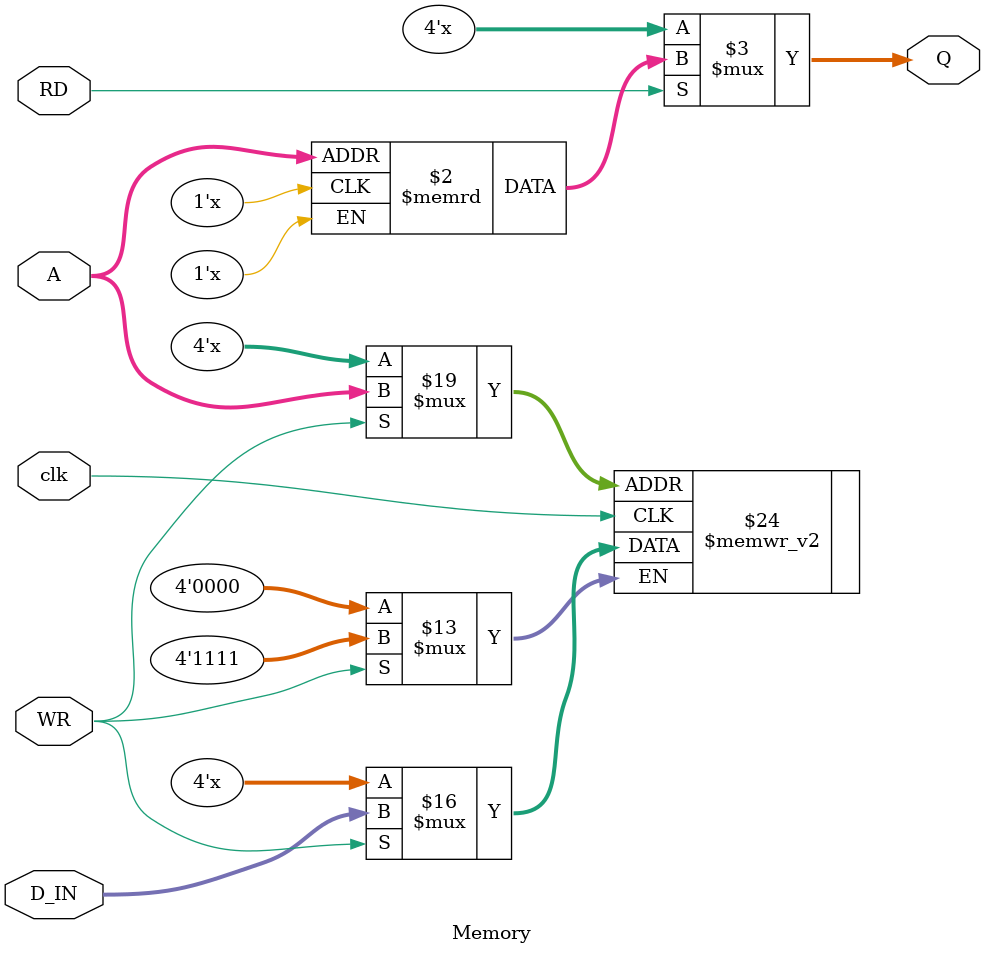
<source format=v>
module Memory(clk, WR, RD, A, D_IN, Q);
input   [3:0] A, D_IN;      //Address, Data Input
input         RD, WR, clk;  //Read, Write, Clock
output  [3:0] Q;            //Data Output
reg     [3:0] SRAM [15:0];  //SRAM Cell

assign Q = RD ? SRAM[A[3:0]] : 4'bzzzz ;

always @(posedge clk) begin
if(WR==1) begin
    SRAM[A[3:0]] <= D_IN [3:0];
end
end

endmodule
</source>
